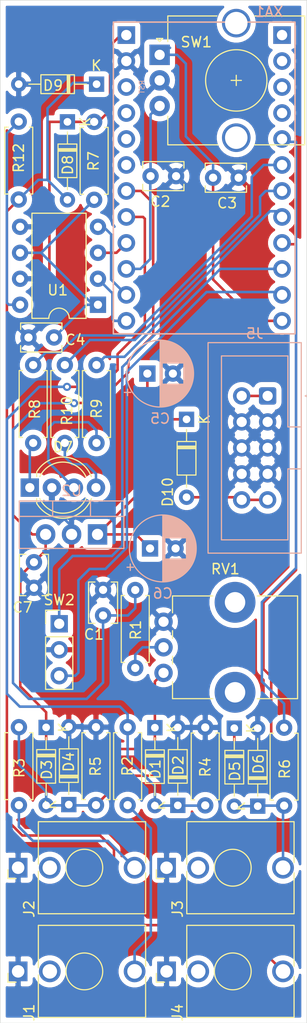
<source format=kicad_pcb>
(kicad_pcb (version 20171130) (host pcbnew "(5.1.6)-1")
  (layers (0 F.Cu signal hide) (31 B.Cu signal hide) (34 B.Paste user) (35 F.Paste user) (36 B.SilkS user) (37 F.SilkS user) (38 B.Mask user) (39 F.Mask user) (44 Edge.Cuts user))
  (net 0 "")
  (net 1 +5V)
  (net 2 GND)
  (net 3 "Net-(R12-Pad2)")
  (net 4 "Net-(C4-Pad2)")
  (net 5 "Net-(J4-PadTN)")
  (net 6 SDI)
  (net 7 SCK)
  (net 8 CS)
  (net 9 RotaryB)
  (net 10 SW2)
  (net 11 SW1)
  (net 12 SlideCV)
  (net 13 Led3)
  (net 14 Led2)
  (net 15 Led1)
  (net 16 Trigger)
  (net 17 "Net-(XA1-PadL1)")
  (net 18 "Net-(XA1-PadL0)")
  (net 19 "Net-(XA1-PadD0)")
  (net 20 "Net-(XA1-PadD1)")
  (net 21 CV)
  (net 22 "Net-(XA1-PadRST2)")
  (net 23 "Net-(XA1-Pad5V1)")
  (net 24 "Net-(XA1-PadA3)")
  (net 25 "Net-(XA1-PadA2)")
  (net 26 RotaryC)
  (net 27 SlidePot)
  (net 28 "Net-(J1-PadTN)")
  (net 29 "Net-(J2-PadTN)")
  (net 30 "Net-(J3-PadTN)")
  (net 31 "Net-(R1-Pad2)")
  (net 32 "Net-(D7-Pad4)")
  (net 33 "Net-(D7-Pad3)")
  (net 34 "Net-(J2-PadT)")
  (net 35 "Net-(J1-PadT)")
  (net 36 "Net-(D5-Pad2)")
  (net 37 "Net-(D8-Pad2)")
  (net 38 "Net-(C5-Pad1)")
  (net 39 +12V)
  (net 40 "Net-(D7-Pad1)")
  (net 41 "Net-(J5-Pad1)")
  (module Rotary_Encoder:RotaryEncoder_Alps_EC12E_Vertical_H20mm_CircularMountingHoles (layer F.Cu) (at 187.5996 67.3354)
    (fp_text reference SW1 (at 3.5862 -1.2446) (layer F.SilkS))
    (fp_text value Rotary_Encoder)
    (pad A thru_hole rect (at 0 0) (size 2 2) (drill 1) (layers *.Cu *.Mask) (net 26 RotaryC))
    (pad C thru_hole circle (at 0 2.5) (size 2 2) (drill 1) (layers *.Cu *.Mask) (net 2 GND))
    (pad B thru_hole circle (at 0 5) (size 2 2) (drill 1) (layers *.Cu *.Mask) (net 9 RotaryB))
    (pad MP thru_hole circle (at 7.5 -3.1) (size 2.8 2.8) (drill 2.2) (layers *.Cu *.Mask))
    (pad MP thru_hole circle (at 7.5 8.1) (size 2.8 2.8) (drill 2.2) (layers *.Cu *.Mask))
  )
  (module Arduino:Arduino_Mini_Socket (layer B.Cu) (at 200.8506 94.615 180)
    (fp_text reference XA1 (at 2.54 31.496) (layer B.SilkS) (effects (justify mirror)))
    (fp_text value Arduino_Mini_02_Socket)
    (fp_text user RST (at 14.986 24.13 270) (layer B.SilkS) (effects (font (size 0.5 0.5) (thickness 0.075)) (justify mirror)))
    (pad D9 thru_hole circle (at 1.27 1.27 180) (size 1.7272 1.7272) (drill 1.016) (layers *.Cu *.Mask) (net 26 RotaryC))
    (pad D8 thru_hole circle (at 1.27 3.81 180) (size 1.7272 1.7272) (drill 1.016) (layers *.Cu *.Mask) (net 10 SW2))
    (pad D7 thru_hole circle (at 1.27 6.35 180) (size 1.7272 1.7272) (drill 1.016) (layers *.Cu *.Mask) (net 11 SW1))
    (pad D6 thru_hole circle (at 1.27 8.89 180) (size 1.7272 1.7272) (drill 1.016) (layers *.Cu *.Mask) (net 12 SlideCV))
    (pad D5 thru_hole circle (at 1.27 11.43 180) (size 1.7272 1.7272) (drill 1.016) (layers *.Cu *.Mask) (net 14 Led2))
    (pad D4 thru_hole circle (at 1.27 13.97 180) (size 1.7272 1.7272) (drill 1.016) (layers *.Cu *.Mask) (net 13 Led3))
    (pad D3 thru_hole circle (at 1.27 16.51 180) (size 1.7272 1.7272) (drill 1.016) (layers *.Cu *.Mask) (net 15 Led1))
    (pad D2 thru_hole circle (at 1.27 19.05 180) (size 1.7272 1.7272) (drill 1.016) (layers *.Cu *.Mask) (net 16 Trigger))
    (pad L1 thru_hole circle (at 1.27 21.59 180) (size 1.7272 1.7272) (drill 1.016) (layers *.Cu *.Mask) (net 17 "Net-(XA1-PadL1)"))
    (pad L0 thru_hole circle (at 1.27 24.13 180) (size 1.7272 1.7272) (drill 1.016) (layers *.Cu *.Mask) (net 18 "Net-(XA1-PadL0)"))
    (pad D0 thru_hole circle (at 1.27 26.67 180) (size 1.7272 1.7272) (drill 1.016) (layers *.Cu *.Mask) (net 19 "Net-(XA1-PadD0)"))
    (pad D1 thru_hole rect (at 1.27 29.21 180) (size 1.7272 1.7272) (drill 1.016) (layers *.Cu *.Mask) (net 20 "Net-(XA1-PadD1)"))
    (pad D10 thru_hole circle (at 16.51 1.27 180) (size 1.7272 1.7272) (drill 1.016) (layers *.Cu *.Mask) (net 8 CS))
    (pad VIN thru_hole rect (at 16.51 29.21 180) (size 1.7272 1.7272) (drill 1.016) (layers *.Cu *.Mask) (net 1 +5V))
    (pad GND2 thru_hole circle (at 16.51 26.67 180) (size 1.7272 1.7272) (drill 1.016) (layers *.Cu *.Mask) (net 2 GND))
    (pad RST2 thru_hole circle (at 16.51 24.13 180) (size 1.7272 1.7272) (drill 1.016) (layers *.Cu *.Mask) (net 22 "Net-(XA1-PadRST2)"))
    (pad 5V1 thru_hole circle (at 16.51 21.59 180) (size 1.7272 1.7272) (drill 1.016) (layers *.Cu *.Mask) (net 23 "Net-(XA1-Pad5V1)"))
    (pad A3 thru_hole circle (at 16.51 19.05 180) (size 1.7272 1.7272) (drill 1.016) (layers *.Cu *.Mask) (net 24 "Net-(XA1-PadA3)"))
    (pad A2 thru_hole circle (at 16.51 16.51 180) (size 1.7272 1.7272) (drill 1.016) (layers *.Cu *.Mask) (net 25 "Net-(XA1-PadA2)"))
    (pad A1 thru_hole circle (at 16.51 13.97 180) (size 1.7272 1.7272) (drill 1.016) (layers *.Cu *.Mask) (net 27 SlidePot))
    (pad A0 thru_hole circle (at 16.51 11.43 180) (size 1.7272 1.7272) (drill 1.016) (layers *.Cu *.Mask) (net 21 CV))
    (pad D13 thru_hole circle (at 16.51 8.89 180) (size 1.7272 1.7272) (drill 1.016) (layers *.Cu *.Mask) (net 7 SCK))
    (pad D12 thru_hole circle (at 16.51 6.35 180) (size 1.7272 1.7272) (drill 1.016) (layers *.Cu *.Mask) (net 9 RotaryB))
    (pad D11 thru_hole circle (at 16.51 3.81 180) (size 1.7272 1.7272) (drill 1.016) (layers *.Cu *.Mask) (net 6 SDI))
  )
  (module Package_TO_SOT_THT:TO-220-3_Vertical (layer B.Cu) (at 181.5212 114.2238 180)
    (fp_text reference U2 (at 2.54 4.27) (layer B.SilkS) (effects (justify mirror)))
    (fp_text value L7805)
    (pad 3 thru_hole oval (at 5.08 0 180) (size 1.905 2) (drill 1.1) (layers *.Cu *.Mask) (net 1 +5V))
    (pad 2 thru_hole oval (at 2.54 0 180) (size 1.905 2) (drill 1.1) (layers *.Cu *.Mask) (net 2 GND))
    (pad 1 thru_hole rect (at 0 0 180) (size 1.905 2) (drill 1.1) (layers *.Cu *.Mask) (net 38 "Net-(C5-Pad1)"))
  )
  (module Connector_IDC:IDC-Header_2x05_P2.54mm_Vertical (layer B.Cu) (at 198.1708 100.6856 180)
    (fp_text reference J5 (at 1.27 6.1) (layer B.SilkS) (effects (justify mirror)))
    (fp_text value Conn_02x05_Odd_Even)
    (pad 10 thru_hole circle (at 2.54 -10.16 180) (size 1.7 1.7) (drill 1) (layers *.Cu *.Mask) (net 39 +12V))
    (pad 8 thru_hole circle (at 2.54 -7.62 180) (size 1.7 1.7) (drill 1) (layers *.Cu *.Mask) (net 2 GND))
    (pad 6 thru_hole circle (at 2.54 -5.08 180) (size 1.7 1.7) (drill 1) (layers *.Cu *.Mask) (net 2 GND))
    (pad 4 thru_hole circle (at 2.54 -2.54 180) (size 1.7 1.7) (drill 1) (layers *.Cu *.Mask) (net 2 GND))
    (pad 2 thru_hole circle (at 2.54 0 180) (size 1.7 1.7) (drill 1) (layers *.Cu *.Mask) (net 41 "Net-(J5-Pad1)"))
    (pad 9 thru_hole circle (at 0 -10.16 180) (size 1.7 1.7) (drill 1) (layers *.Cu *.Mask) (net 39 +12V))
    (pad 7 thru_hole circle (at 0 -7.62 180) (size 1.7 1.7) (drill 1) (layers *.Cu *.Mask) (net 2 GND))
    (pad 5 thru_hole circle (at 0 -5.08 180) (size 1.7 1.7) (drill 1) (layers *.Cu *.Mask) (net 2 GND))
    (pad 3 thru_hole circle (at 0 -2.54 180) (size 1.7 1.7) (drill 1) (layers *.Cu *.Mask) (net 2 GND))
    (pad 1 thru_hole roundrect (at 0 0 180) (size 1.7 1.7) (drill 1) (layers *.Cu *.Mask) (roundrect_rratio 0.147059) (net 41 "Net-(J5-Pad1)"))
  )
  (module Diode_THT:D_DO-34_SOD68_P7.62mm_Horizontal (layer F.Cu) (at 190.2334 102.9716 270)
    (fp_text reference D10 (at 7.112 1.8464 90) (layer F.SilkS))
    (fp_text value 4841)
    (fp_text user K (at 0 -1.75 90) (layer F.SilkS))
    (pad 2 thru_hole oval (at 7.62 0 270) (size 1.5 1.5) (drill 0.75) (layers *.Cu *.Mask) (net 39 +12V))
    (pad 1 thru_hole rect (at 0 0 270) (size 1.5 1.5) (drill 0.75) (layers *.Cu *.Mask) (net 38 "Net-(C5-Pad1)"))
  )
  (module Capacitor_THT:C_Disc_D3.8mm_W2.6mm_P2.50mm (layer F.Cu) (at 175.2982 116.9416 270)
    (fp_text reference C7 (at 4.4196 1.1098 180) (layer F.SilkS))
    (fp_text value 100nf)
    (pad 2 thru_hole circle (at 2.5 0 270) (size 1.6 1.6) (drill 0.8) (layers *.Cu *.Mask) (net 2 GND))
    (pad 1 thru_hole circle (at 0 0 270) (size 1.6 1.6) (drill 0.8) (layers *.Cu *.Mask) (net 1 +5V))
  )
  (module Capacitor_THT:CP_Radial_D6.3mm_P2.50mm (layer B.Cu) (at 186.6598 115.5954)
    (fp_text reference C6 (at 1.25 4.4) (layer B.SilkS) (effects (justify mirror)))
    (fp_text value 3.3uf)
    (pad 2 thru_hole circle (at 2.5 0) (size 1.6 1.6) (drill 0.8) (layers *.Cu *.Mask) (net 2 GND))
    (pad 1 thru_hole rect (at 0 0) (size 1.6 1.6) (drill 0.8) (layers *.Cu *.Mask) (net 38 "Net-(C5-Pad1)"))
  )
  (module Capacitor_THT:CP_Radial_D6.3mm_P2.50mm (layer B.Cu) (at 186.398 98.5012)
    (fp_text reference C5 (at 1.25 4.4) (layer B.SilkS) (effects (justify mirror)))
    (fp_text value 10uf)
    (pad 2 thru_hole circle (at 2.5 0) (size 1.6 1.6) (drill 0.8) (layers *.Cu *.Mask) (net 2 GND))
    (pad 1 thru_hole rect (at 0 0) (size 1.6 1.6) (drill 0.8) (layers *.Cu *.Mask) (net 38 "Net-(C5-Pad1)"))
  )
  (module Connector_PinHeader_2.54mm:PinHeader_1x03_P2.54mm_Vertical (layer F.Cu) (at 177.7698 122.9614)
    (fp_text reference SW2 (at 0 -2.33) (layer F.SilkS))
    (fp_text value SW_SPDT)
    (pad 3 thru_hole oval (at 0 5.08) (size 1.7 1.7) (drill 1) (layers *.Cu *.Mask) (net 10 SW2))
    (pad 2 thru_hole oval (at 0 2.54) (size 1.7 1.7) (drill 1) (layers *.Cu *.Mask) (net 2 GND))
    (pad 1 thru_hole rect (at 0 0) (size 1.7 1.7) (drill 1) (layers *.Cu *.Mask) (net 11 SW1))
  )
  (module LED_THT:LED_D5.0mm-4_RGB_Wide_Pins (layer F.Cu) (at 174.8918 109.6518)
    (fp_text reference D7 (at 3.2385 -3.96) (layer F.SilkS))
    (fp_text value LED_ARBG)
    (pad 4 thru_hole circle (at 6.477 0) (size 1.8 1.8) (drill 0.9) (layers *.Cu *.Mask) (net 32 "Net-(D7-Pad4)"))
    (pad 3 thru_hole circle (at 4.318 0) (size 1.8 1.8) (drill 0.9) (layers *.Cu *.Mask) (net 33 "Net-(D7-Pad3)"))
    (pad 2 thru_hole circle (at 2.159 0) (size 1.8 1.8) (drill 0.9) (layers *.Cu *.Mask) (net 2 GND))
    (pad 1 thru_hole rect (at 0 0) (size 1.8 1.8) (drill 0.9) (layers *.Cu *.Mask) (net 40 "Net-(D7-Pad1)"))
  )
  (module Potentiometer_THT:Potentiometer_Alps_RK09K_Single_Vertical (layer F.Cu) (at 187.9806 127.762)
    (fp_text reference RV1 (at 6.05 -10.15) (layer F.SilkS))
    (fp_text value R_POT)
    (pad "" np_thru_hole circle (at 7 1.9) (size 4 4) (drill 2) (layers *.Cu *.Mask))
    (pad "" np_thru_hole circle (at 7 -6.9) (size 4 4) (drill 2) (layers *.Cu *.Mask))
    (pad 1 thru_hole circle (at 0 0) (size 1.8 1.8) (drill 1) (layers *.Cu *.Mask) (net 1 +5V))
    (pad 2 thru_hole circle (at 0 -2.5) (size 1.8 1.8) (drill 1) (layers *.Cu *.Mask) (net 31 "Net-(R1-Pad2)"))
    (pad 3 thru_hole circle (at 0 -5) (size 1.8 1.8) (drill 1) (layers *.Cu *.Mask) (net 2 GND))
  )
  (module Resistor_THT:R_Axial_DIN0207_L6.3mm_D2.5mm_P7.62mm_Horizontal (layer F.Cu) (at 178.3208 105.283 90)
    (fp_text reference R10 (at 3.1496 0.211 90) (layer F.SilkS))
    (fp_text value 330)
    (pad 2 thru_hole oval (at 7.62 0 90) (size 1.6 1.6) (drill 0.8) (layers *.Cu *.Mask) (net 13 Led3))
    (pad 1 thru_hole circle (at 0 0 90) (size 1.6 1.6) (drill 0.8) (layers *.Cu *.Mask) (net 32 "Net-(D7-Pad4)"))
  )
  (module Resistor_THT:R_Axial_DIN0207_L6.3mm_D2.5mm_P7.62mm_Horizontal (layer F.Cu) (at 181.4196 105.283 90)
    (fp_text reference R9 (at 3.3528 0.0078 90) (layer F.SilkS))
    (fp_text value 300)
    (pad 2 thru_hole oval (at 7.62 0 90) (size 1.6 1.6) (drill 0.8) (layers *.Cu *.Mask) (net 14 Led2))
    (pad 1 thru_hole circle (at 0 0 90) (size 1.6 1.6) (drill 0.8) (layers *.Cu *.Mask) (net 33 "Net-(D7-Pad3)"))
  )
  (module Resistor_THT:R_Axial_DIN0207_L6.3mm_D2.5mm_P7.62mm_Horizontal (layer F.Cu) (at 175.222 105.283 90)
    (fp_text reference R8 (at 3.302 0.1602 90) (layer F.SilkS))
    (fp_text value 330)
    (pad 2 thru_hole oval (at 7.62 0 90) (size 1.6 1.6) (drill 0.8) (layers *.Cu *.Mask) (net 15 Led1))
    (pad 1 thru_hole circle (at 0 0 90) (size 1.6 1.6) (drill 0.8) (layers *.Cu *.Mask) (net 40 "Net-(D7-Pad1)"))
  )
  (module Resistor_THT:R_Axial_DIN0207_L6.3mm_D2.5mm_P7.62mm_Horizontal (layer F.Cu) (at 199.7838 133.1214 270)
    (fp_text reference R6 (at 4.0386 -0.0586 90) (layer F.SilkS))
    (fp_text value 470)
    (pad 2 thru_hole oval (at 7.62 0 270) (size 1.6 1.6) (drill 0.8) (layers *.Cu *.Mask) (net 36 "Net-(D5-Pad2)"))
    (pad 1 thru_hole circle (at 0 0 270) (size 1.6 1.6) (drill 0.8) (layers *.Cu *.Mask) (net 16 Trigger))
  )
  (module Resistor_THT:R_Axial_DIN0207_L6.3mm_D2.5mm_P7.62mm_Horizontal (layer F.Cu) (at 181.3688 140.6906 90)
    (fp_text reference R5 (at 3.7846 -0.043 90) (layer F.SilkS))
    (fp_text value 100k)
    (pad 2 thru_hole oval (at 7.62 0 90) (size 1.6 1.6) (drill 0.8) (layers *.Cu *.Mask) (net 2 GND))
    (pad 1 thru_hole circle (at 0 0 90) (size 1.6 1.6) (drill 0.8) (layers *.Cu *.Mask) (net 12 SlideCV))
  )
  (module Resistor_THT:R_Axial_DIN0207_L6.3mm_D2.5mm_P7.62mm_Horizontal (layer F.Cu) (at 192.0622 140.716 90)
    (fp_text reference R4 (at 3.7338 0.0078 90) (layer F.SilkS))
    (fp_text value 680K)
    (pad 2 thru_hole oval (at 7.62 0 90) (size 1.6 1.6) (drill 0.8) (layers *.Cu *.Mask) (net 2 GND))
    (pad 1 thru_hole circle (at 0 0 90) (size 1.6 1.6) (drill 0.8) (layers *.Cu *.Mask) (net 21 CV))
  )
  (module Resistor_THT:R_Axial_DIN0207_L6.3mm_D2.5mm_P7.62mm_Horizontal (layer F.Cu) (at 173.825 133.0706 270)
    (fp_text reference R3 (at 3.9878 -0.0332 90) (layer F.SilkS))
    (fp_text value 470)
    (pad 2 thru_hole oval (at 7.62 0 270) (size 1.6 1.6) (drill 0.8) (layers *.Cu *.Mask) (net 34 "Net-(J2-PadT)"))
    (pad 1 thru_hole circle (at 0 0 270) (size 1.6 1.6) (drill 0.8) (layers *.Cu *.Mask) (net 12 SlideCV))
  )
  (module Resistor_THT:R_Axial_DIN0207_L6.3mm_D2.5mm_P7.62mm_Horizontal (layer F.Cu) (at 184.4676 133.0706 270)
    (fp_text reference R2 (at 3.81 0.0176 90) (layer F.SilkS))
    (fp_text value 470)
    (pad 2 thru_hole oval (at 7.62 0 270) (size 1.6 1.6) (drill 0.8) (layers *.Cu *.Mask) (net 35 "Net-(J1-PadT)"))
    (pad 1 thru_hole circle (at 0 0 270) (size 1.6 1.6) (drill 0.8) (layers *.Cu *.Mask) (net 21 CV))
  )
  (module Resistor_THT:R_Axial_DIN0207_L6.3mm_D2.5mm_P7.62mm_Horizontal (layer F.Cu) (at 185.212 119.6594 270)
    (fp_text reference R1 (at 3.9116 -0.0508 90) (layer F.SilkS))
    (fp_text value 470)
    (pad 2 thru_hole oval (at 7.62 0 270) (size 1.6 1.6) (drill 0.8) (layers *.Cu *.Mask) (net 31 "Net-(R1-Pad2)"))
    (pad 1 thru_hole circle (at 0 0 270) (size 1.6 1.6) (drill 0.8) (layers *.Cu *.Mask) (net 27 SlidePot))
  )
  (module Connector_Audio:Jack_3.5mm_QingPu_WQP-PJ398SM_Vertical_CircularHoles (layer F.Cu) (at 188.2776 146.812 90)
    (fp_text reference J3 (at -4.03 1.08 270) (layer F.SilkS))
    (fp_text value trigger)
    (pad T thru_hole circle (at 0 11.4 270) (size 2.13 2.13) (drill 1.43) (layers *.Cu *.Mask) (net 36 "Net-(D5-Pad2)"))
    (pad S thru_hole rect (at 0 0 270) (size 1.93 1.83) (drill 1.22) (layers *.Cu *.Mask) (net 2 GND))
    (pad TN thru_hole circle (at 0 3.1 270) (size 2.13 2.13) (drill 1.42) (layers *.Cu *.Mask) (net 30 "Net-(J3-PadTN)"))
  )
  (module Connector_Audio:Jack_3.5mm_QingPu_WQP-PJ398SM_Vertical_CircularHoles (layer F.Cu) (at 173.7488 146.812 90)
    (fp_text reference J2 (at -4.03 1.08 270) (layer F.SilkS))
    (fp_text value SlideCV)
    (pad T thru_hole circle (at 0 11.4 270) (size 2.13 2.13) (drill 1.43) (layers *.Cu *.Mask) (net 34 "Net-(J2-PadT)"))
    (pad S thru_hole rect (at 0 0 270) (size 1.93 1.83) (drill 1.22) (layers *.Cu *.Mask) (net 2 GND))
    (pad TN thru_hole circle (at 0 3.1 270) (size 2.13 2.13) (drill 1.42) (layers *.Cu *.Mask) (net 29 "Net-(J2-PadTN)"))
  )
  (module Connector_Audio:Jack_3.5mm_QingPu_WQP-PJ398SM_Vertical_CircularHoles (layer F.Cu) (at 173.7488 156.9466 90)
    (fp_text reference J1 (at -4.03 1.08 270) (layer F.SilkS))
    (fp_text value CV)
    (pad T thru_hole circle (at 0 11.4 270) (size 2.13 2.13) (drill 1.43) (layers *.Cu *.Mask) (net 35 "Net-(J1-PadT)"))
    (pad S thru_hole rect (at 0 0 270) (size 1.93 1.83) (drill 1.22) (layers *.Cu *.Mask) (net 2 GND))
    (pad TN thru_hole circle (at 0 3.1 270) (size 2.13 2.13) (drill 1.42) (layers *.Cu *.Mask) (net 28 "Net-(J1-PadTN)"))
  )
  (module Diode_THT:D_DO-34_SOD68_P7.62mm_Horizontal (layer F.Cu) (at 181.4274 70.2056 180)
    (fp_text reference D9 (at 4.2672 -0.127) (layer F.SilkS))
    (fp_text value D)
    (fp_text user K (at 0.0254 1.8288) (layer F.SilkS))
    (pad 2 thru_hole oval (at 7.62 0 180) (size 1.5 1.5) (drill 0.75) (layers *.Cu *.Mask) (net 2 GND))
    (pad 1 thru_hole rect (at 0 0 180) (size 1.5 1.5) (drill 0.75) (layers *.Cu *.Mask) (net 37 "Net-(D8-Pad2)"))
  )
  (module Diode_THT:D_DO-34_SOD68_P7.62mm_Horizontal (layer F.Cu) (at 197.2008 140.7922 90)
    (fp_text reference D6 (at 4.1148 0.0762 90) (layer F.SilkS))
    (fp_text value D)
    (fp_text user K (at 0 -1.75 90) (layer F.SilkS))
    (pad 2 thru_hole oval (at 7.62 0 90) (size 1.5 1.5) (drill 0.75) (layers *.Cu *.Mask) (net 2 GND))
    (pad 1 thru_hole rect (at 0 0 90) (size 1.5 1.5) (drill 0.75) (layers *.Cu *.Mask) (net 36 "Net-(D5-Pad2)"))
  )
  (module Diode_THT:D_DO-34_SOD68_P7.62mm_Horizontal (layer F.Cu) (at 194.907 133.1722 270)
    (fp_text reference D5 (at 4.2164 -0.0586 90) (layer F.SilkS))
    (fp_text value D)
    (fp_text user K (at 0 -1.75 90) (layer F.SilkS))
    (pad 2 thru_hole oval (at 7.62 0 270) (size 1.5 1.5) (drill 0.75) (layers *.Cu *.Mask) (net 36 "Net-(D5-Pad2)"))
    (pad 1 thru_hole rect (at 0 0 270) (size 1.5 1.5) (drill 0.75) (layers *.Cu *.Mask) (net 1 +5V))
  )
  (module Diode_THT:D_DO-34_SOD68_P7.62mm_Horizontal (layer F.Cu) (at 178.7096 140.6398 90)
    (fp_text reference D4 (at 4.1656 -0.0078 90) (layer F.SilkS))
    (fp_text value D)
    (fp_text user K (at 0 -1.75 90) (layer F.SilkS))
    (pad 2 thru_hole oval (at 7.62 0 90) (size 1.5 1.5) (drill 0.75) (layers *.Cu *.Mask) (net 2 GND))
    (pad 1 thru_hole rect (at 0 0 90) (size 1.5 1.5) (drill 0.75) (layers *.Cu *.Mask) (net 12 SlideCV))
  )
  (module Diode_THT:D_DO-34_SOD68_P7.62mm_Horizontal (layer F.Cu) (at 176.492 133.096 270)
    (fp_text reference D3 (at 4.1402 -0.0586 90) (layer F.SilkS))
    (fp_text value D)
    (fp_text user K (at 0 -1.75 90) (layer F.SilkS))
    (pad 2 thru_hole oval (at 7.62 0 270) (size 1.5 1.5) (drill 0.75) (layers *.Cu *.Mask) (net 12 SlideCV))
    (pad 1 thru_hole rect (at 0 0 270) (size 1.5 1.5) (drill 0.75) (layers *.Cu *.Mask) (net 1 +5V))
  )
  (module Diode_THT:D_DO-34_SOD68_P7.62mm_Horizontal (layer F.Cu) (at 189.3776 140.716 90)
    (fp_text reference D2 (at 3.9116 0.043 90) (layer F.SilkS))
    (fp_text value D)
    (fp_text user K (at 0 -1.75 90) (layer F.SilkS))
    (pad 2 thru_hole oval (at 7.62 0 90) (size 1.5 1.5) (drill 0.75) (layers *.Cu *.Mask) (net 2 GND))
    (pad 1 thru_hole rect (at 0 0 90) (size 1.5 1.5) (drill 0.75) (layers *.Cu *.Mask) (net 21 CV))
  )
  (module Diode_THT:D_DO-34_SOD68_P7.62mm_Horizontal (layer F.Cu) (at 187.1346 133.1214 270)
    (fp_text reference D1 (at 4.064 -0.0332 90) (layer F.SilkS))
    (fp_text value D)
    (fp_text user K (at 0 -1.75 90) (layer F.SilkS))
    (pad 2 thru_hole oval (at 7.62 0 270) (size 1.5 1.5) (drill 0.75) (layers *.Cu *.Mask) (net 21 CV))
    (pad 1 thru_hole rect (at 0 0 270) (size 1.5 1.5) (drill 0.75) (layers *.Cu *.Mask) (net 1 +5V))
  )
  (module Capacitor_THT:C_Disc_D3.8mm_W2.6mm_P2.50mm (layer F.Cu) (at 192.832 79.3496)
    (fp_text reference C3 (at 1.3716 2.4892) (layer F.SilkS))
    (fp_text value 0.01uf)
    (pad 2 thru_hole circle (at 2.5 0) (size 1.6 1.6) (drill 0.8) (layers *.Cu *.Mask) (net 2 GND))
    (pad 1 thru_hole circle (at 0 0) (size 1.6 1.6) (drill 0.8) (layers *.Cu *.Mask) (net 26 RotaryC))
  )
  (module Capacitor_THT:C_Disc_D3.8mm_W2.6mm_P2.50mm (layer F.Cu) (at 186.7106 79.1972)
    (fp_text reference C2 (at 0.9652 2.4892) (layer F.SilkS))
    (fp_text value 0.01uf)
    (pad 2 thru_hole circle (at 2.5 0) (size 1.6 1.6) (drill 0.8) (layers *.Cu *.Mask) (net 2 GND))
    (pad 1 thru_hole circle (at 0 0) (size 1.6 1.6) (drill 0.8) (layers *.Cu *.Mask) (net 9 RotaryB))
  )
  (module Capacitor_THT:C_Disc_D3.8mm_W2.6mm_P2.50mm (layer F.Cu) (at 182.0624 122.1486 90)
    (fp_text reference C1 (at -1.8542 -0.889 180) (layer F.SilkS))
    (fp_text value 220p)
    (pad 2 thru_hole circle (at 2.5 0 90) (size 1.6 1.6) (drill 0.8) (layers *.Cu *.Mask) (net 2 GND))
    (pad 1 thru_hole circle (at 0 0 90) (size 1.6 1.6) (drill 0.8) (layers *.Cu *.Mask) (net 27 SlidePot))
  )
  (module Package_DIP:DIP-8_W7.62mm (layer F.Cu) (at 181.5624 91.7702 180)
    (fp_text reference U1 (at 3.9402 1.4224) (layer F.SilkS))
    (fp_text value MCP4821)
    (pad 8 thru_hole oval (at 7.62 0 180) (size 1.6 1.6) (drill 0.8) (layers *.Cu *.Mask) (net 3 "Net-(R12-Pad2)"))
    (pad 4 thru_hole oval (at 0 7.62 180) (size 1.6 1.6) (drill 0.8) (layers *.Cu *.Mask) (net 6 SDI))
    (pad 7 thru_hole oval (at 7.62 2.54 180) (size 1.6 1.6) (drill 0.8) (layers *.Cu *.Mask) (net 2 GND))
    (pad 3 thru_hole oval (at 0 5.08 180) (size 1.6 1.6) (drill 0.8) (layers *.Cu *.Mask) (net 7 SCK))
    (pad 6 thru_hole oval (at 7.62 5.08 180) (size 1.6 1.6) (drill 0.8) (layers *.Cu *.Mask) (net 4 "Net-(C4-Pad2)"))
    (pad 2 thru_hole oval (at 0 2.54 180) (size 1.6 1.6) (drill 0.8) (layers *.Cu *.Mask) (net 8 CS))
    (pad 5 thru_hole oval (at 7.62 7.62 180) (size 1.6 1.6) (drill 0.8) (layers *.Cu *.Mask) (net 2 GND))
    (pad 1 thru_hole rect (at 0 0 180) (size 1.6 1.6) (drill 0.8) (layers *.Cu *.Mask) (net 4 "Net-(C4-Pad2)"))
  )
  (module Connector_Audio:Jack_3.5mm_QingPu_WQP-PJ398SM_Vertical_CircularHoles (layer F.Cu) (at 188.2776 156.9466 90)
    (fp_text reference J4 (at -4.03 1.08 270) (layer F.SilkS))
    (fp_text value AudioJack2_SwitchT)
    (pad T thru_hole circle (at 0 11.4 270) (size 2.13 2.13) (drill 1.43) (layers *.Cu *.Mask) (net 37 "Net-(D8-Pad2)"))
    (pad S thru_hole rect (at 0 0 270) (size 1.93 1.83) (drill 1.22) (layers *.Cu *.Mask) (net 2 GND))
    (pad TN thru_hole circle (at 0 3.1 270) (size 2.13 2.13) (drill 1.42) (layers *.Cu *.Mask) (net 5 "Net-(J4-PadTN)"))
  )
  (module Diode_THT:D_DO-34_SOD68_P7.62mm_Horizontal (layer F.Cu) (at 178.5748 73.8886 270)
    (fp_text reference D8 (at 4.2164 -0.0332 90) (layer F.SilkS))
    (fp_text value D)
    (fp_text user K (at 0 -1.75 90) (layer F.SilkS))
    (pad 2 thru_hole oval (at 7.62 0 270) (size 1.5 1.5) (drill 0.75) (layers *.Cu *.Mask) (net 37 "Net-(D8-Pad2)"))
    (pad 1 thru_hole rect (at 0 0 270) (size 1.5 1.5) (drill 0.75) (layers *.Cu *.Mask) (net 1 +5V))
  )
  (module Resistor_THT:R_Axial_DIN0207_L6.3mm_D2.5mm_P7.62mm_Horizontal (layer F.Cu) (at 173.8074 81.4832 90)
    (fp_text reference R12 (at 4.064 0 90) (layer F.SilkS))
    (fp_text value 470)
    (pad 2 thru_hole oval (at 7.62 0 90) (size 1.6 1.6) (drill 0.8) (layers *.Cu *.Mask) (net 3 "Net-(R12-Pad2)"))
    (pad 1 thru_hole circle (at 0 0 90) (size 1.6 1.6) (drill 0.8) (layers *.Cu *.Mask) (net 37 "Net-(D8-Pad2)"))
  )
  (module Resistor_THT:R_Axial_DIN0207_L6.3mm_D2.5mm_P7.62mm_Horizontal (layer F.Cu) (at 181.191 73.8886 270)
    (fp_text reference R7 (at 3.8354 0.0684 90) (layer F.SilkS))
    (fp_text value 220)
    (pad 2 thru_hole oval (at 7.62 0 270) (size 1.6 1.6) (drill 0.8) (layers *.Cu *.Mask) (net 4 "Net-(C4-Pad2)"))
    (pad 1 thru_hole circle (at 0 0 270) (size 1.6 1.6) (drill 0.8) (layers *.Cu *.Mask) (net 1 +5V))
  )
  (module Capacitor_THT:C_Disc_D3.8mm_W2.6mm_P2.50mm (layer F.Cu) (at 174.7648 94.9706)
    (fp_text reference C4 (at 4.5846 0.2286) (layer F.SilkS))
    (fp_text value 0.1uf)
    (pad 2 thru_hole circle (at 2.5 0) (size 1.6 1.6) (drill 0.8) (layers *.Cu *.Mask) (net 4 "Net-(C4-Pad2)"))
    (pad 1 thru_hole circle (at 0 0) (size 1.6 1.6) (drill 0.8) (layers *.Cu *.Mask) (net 2 GND))
  )
  (gr_line (start 172 162) (end 202 162) (layer Edge.Cuts) (width 0.05))
  (gr_line (start 172 62) (end 172 162) (layer Edge.Cuts) (width 0.05))
  (gr_line (start 202 62) (end 172 62) (layer Edge.Cuts) (width 0.05))
  (gr_line (start 202 162) (end 202 62) (layer Edge.Cuts) (width 0.05))
  (segment (start 176.4412 115.7986) (end 175.2982 116.9416) (width 0.25) (layer F.Cu) (net 1))
  (segment (start 176.4412 114.2238) (end 176.4412 115.7986) (width 0.25) (layer F.Cu) (net 1))
  (segment (start 175.2982 116.9416) (end 173.9598 118.28) (width 0.25) (layer F.Cu) (net 1))
  (segment (start 173.9598 118.28) (end 173.9598 129.0828) (width 0.25) (layer F.Cu) (net 1))
  (segment (start 176.492 131.615) (end 176.492 133.096) (width 0.25) (layer F.Cu) (net 1))
  (segment (start 173.9598 129.0828) (end 176.492 131.615) (width 0.25) (layer F.Cu) (net 1))
  (segment (start 176.492 133.096) (end 176.492 134.8154) (width 0.25) (layer F.Cu) (net 1))
  (segment (start 176.492 134.8154) (end 176.8808 135.2042) (width 0.25) (layer F.Cu) (net 1))
  (segment (start 176.8808 135.2042) (end 186.8376 135.2042) (width 0.25) (layer F.Cu) (net 1))
  (segment (start 187.1346 134.9072) (end 187.1346 133.1214) (width 0.25) (layer F.Cu) (net 1))
  (segment (start 186.8376 135.2042) (end 187.1346 134.9072) (width 0.25) (layer F.Cu) (net 1))
  (segment (start 194.907 133.1722) (end 194.907 134.831) (width 0.25) (layer F.Cu) (net 1))
  (segment (start 194.5338 135.2042) (end 186.8376 135.2042) (width 0.25) (layer F.Cu) (net 1))
  (segment (start 194.907 134.831) (end 194.5338 135.2042) (width 0.25) (layer F.Cu) (net 1))
  (segment (start 178.5748 73.8886) (end 181.191 73.8886) (width 0.25) (layer F.Cu) (net 1))
  (segment (start 184.3406 65.405) (end 183.7896 65.405) (width 0.25) (layer F.Cu) (net 1))
  (segment (start 183.7896 65.405) (end 182.7482 66.4464) (width 0.25) (layer F.Cu) (net 1))
  (segment (start 182.7482 66.4464) (end 182.7482 72.7456) (width 0.25) (layer F.Cu) (net 1))
  (segment (start 181.6052 73.8886) (end 181.191 73.8886) (width 0.25) (layer F.Cu) (net 1))
  (segment (start 182.7482 72.7456) (end 181.6052 73.8886) (width 0.25) (layer F.Cu) (net 1))
  (segment (start 187.1346 128.608) (end 187.9806 127.762) (width 0.25) (layer F.Cu) (net 1))
  (segment (start 187.1346 133.1214) (end 187.1346 128.608) (width 0.25) (layer F.Cu) (net 1))
  (segment (start 175.133 114.2238) (end 173.2534 112.3442) (width 0.25) (layer F.Cu) (net 1))
  (segment (start 176.4412 114.2238) (end 175.133 114.2238) (width 0.25) (layer F.Cu) (net 1))
  (segment (start 176.8094 73.8886) (end 178.5748 73.8886) (width 0.25) (layer F.Cu) (net 1))
  (segment (start 173.2534 112.3442) (end 173.2534 94.4372) (width 0.25) (layer F.Cu) (net 1))
  (segment (start 173.2534 94.4372) (end 175.7172 91.9734) (width 0.25) (layer F.Cu) (net 1))
  (segment (start 175.7172 91.9734) (end 175.7426 91.9734) (width 0.25) (layer F.Cu) (net 1))
  (segment (start 176.8094 90.9066) (end 176.8094 73.8886) (width 0.25) (layer F.Cu) (net 1))
  (segment (start 175.7426 91.9734) (end 176.8094 90.9066) (width 0.25) (layer F.Cu) (net 1))
  (segment (start 177.0508 109.6518) (end 177.0508 111.4934) (width 0.6) (layer B.Cu) (net 2))
  (segment (start 178.9812 113.4238) (end 178.9812 114.2238) (width 0.25) (layer B.Cu) (net 2))
  (segment (start 177.0508 111.4934) (end 178.9812 113.4238) (width 0.25) (layer B.Cu) (net 2))
  (segment (start 173.9424 91.7702) (end 173.6042 91.7702) (width 0.25) (layer B.Cu) (net 3))
  (segment (start 172.8422 91.7702) (end 173.9424 91.7702) (width 0.25) (layer B.Cu) (net 3))
  (segment (start 173.8074 73.8632) (end 172.65001 75.02059) (width 0.25) (layer B.Cu) (net 3))
  (segment (start 172.65001 91.57801) (end 172.8422 91.7702) (width 0.25) (layer B.Cu) (net 3))
  (segment (start 172.65001 75.02059) (end 172.65001 91.57801) (width 0.25) (layer B.Cu) (net 3))
  (segment (start 176.0094 86.6902) (end 181.191 81.5086) (width 0.25) (layer B.Cu) (net 4))
  (segment (start 173.9424 86.6902) (end 176.0094 86.6902) (width 0.25) (layer B.Cu) (net 4))
  (segment (start 181.0894 91.7702) (end 176.0094 86.6902) (width 0.25) (layer B.Cu) (net 4))
  (segment (start 181.5624 91.7702) (end 181.0894 91.7702) (width 0.25) (layer B.Cu) (net 4))
  (segment (start 180.4652 91.7702) (end 177.2648 94.9706) (width 0.25) (layer B.Cu) (net 4))
  (segment (start 181.5624 91.7702) (end 180.4652 91.7702) (width 0.25) (layer B.Cu) (net 4))
  (segment (start 181.5624 84.1502) (end 182.1132 84.1502) (width 0.25) (layer B.Cu) (net 6))
  (segment (start 182.1132 84.1502) (end 182.8498 84.8868) (width 0.25) (layer B.Cu) (net 6))
  (segment (start 182.8498 89.3142) (end 184.3406 90.805) (width 0.25) (layer B.Cu) (net 6))
  (segment (start 182.8498 84.8868) (end 182.8498 89.3142) (width 0.25) (layer B.Cu) (net 6))
  (segment (start 183.3754 86.6902) (end 184.3406 85.725) (width 0.25) (layer F.Cu) (net 7))
  (segment (start 181.5624 86.6902) (end 183.3754 86.6902) (width 0.25) (layer F.Cu) (net 7))
  (segment (start 181.5624 89.2302) (end 182.9768 90.6446) (width 0.25) (layer B.Cu) (net 8))
  (segment (start 182.9768 90.6446) (end 182.9768 93.1672) (width 0.25) (layer B.Cu) (net 8))
  (segment (start 183.1546 93.345) (end 184.3406 93.345) (width 0.25) (layer B.Cu) (net 8))
  (segment (start 182.9768 93.1672) (end 183.1546 93.345) (width 0.25) (layer B.Cu) (net 8))
  (segment (start 184.3406 88.265) (end 185.72 88.265) (width 0.25) (layer B.Cu) (net 9))
  (segment (start 185.72 88.265) (end 186.6852 87.2998) (width 0.25) (layer B.Cu) (net 9))
  (segment (start 186.7106 73.1736) (end 187.5234 72.3608) (width 0.25) (layer B.Cu) (net 9))
  (segment (start 186.7106 79.1972) (end 186.7106 73.1736) (width 0.25) (layer B.Cu) (net 9))
  (segment (start 186.6852 79.2226) (end 186.7106 79.1972) (width 0.25) (layer B.Cu) (net 9))
  (segment (start 186.6852 87.2998) (end 186.6852 79.2226) (width 0.25) (layer B.Cu) (net 9))
  (segment (start 180.7416 117.602) (end 179.6494 118.6942) (width 0.25) (layer B.Cu) (net 10))
  (segment (start 179.3446 128.0414) (end 177.7698 128.0414) (width 0.25) (layer B.Cu) (net 10))
  (segment (start 182.29241 117.602) (end 180.7416 117.602) (width 0.25) (layer B.Cu) (net 10))
  (segment (start 199.3012 90.5256) (end 192.188598 90.5256) (width 0.25) (layer B.Cu) (net 10))
  (segment (start 192.188598 90.5256) (end 184.39201 98.322188) (width 0.25) (layer B.Cu) (net 10))
  (segment (start 179.6494 118.6942) (end 179.6494 127.7366) (width 0.25) (layer B.Cu) (net 10))
  (segment (start 199.5806 90.805) (end 199.3012 90.5256) (width 0.25) (layer B.Cu) (net 10))
  (segment (start 179.6494 127.7366) (end 179.3446 128.0414) (width 0.25) (layer B.Cu) (net 10))
  (segment (start 184.39201 98.322188) (end 184.392009 115.502401) (width 0.25) (layer B.Cu) (net 10))
  (segment (start 184.392009 115.502401) (end 182.29241 117.602) (width 0.25) (layer B.Cu) (net 10))
  (segment (start 179.0906 116.332) (end 177.7698 117.6528) (width 0.25) (layer B.Cu) (net 11))
  (segment (start 193.5432 88.265) (end 183.942 97.8662) (width 0.25) (layer B.Cu) (net 11))
  (segment (start 183.942 97.8662) (end 183.942 115.316) (width 0.25) (layer B.Cu) (net 11))
  (segment (start 199.5806 88.265) (end 193.5432 88.265) (width 0.25) (layer B.Cu) (net 11))
  (segment (start 177.7698 117.6528) (end 177.7698 122.9614) (width 0.25) (layer B.Cu) (net 11))
  (segment (start 183.942 115.316) (end 182.926 116.332) (width 0.25) (layer B.Cu) (net 11))
  (segment (start 182.926 116.332) (end 179.0906 116.332) (width 0.25) (layer B.Cu) (net 11))
  (segment (start 173.825 133.0706) (end 173.825 136.7204) (width 0.25) (layer B.Cu) (net 12))
  (segment (start 176.492 139.3874) (end 176.492 140.716) (width 0.25) (layer B.Cu) (net 12))
  (segment (start 173.825 136.7204) (end 176.492 139.3874) (width 0.25) (layer B.Cu) (net 12))
  (segment (start 176.492 140.716) (end 178.7272 140.716) (width 0.25) (layer B.Cu) (net 12))
  (segment (start 181.3434 140.716) (end 181.3688 140.6906) (width 0.25) (layer B.Cu) (net 12))
  (segment (start 178.7272 140.716) (end 181.3434 140.716) (width 0.25) (layer B.Cu) (net 12))
  (segment (start 199.5298 85.7758) (end 199.5806 85.725) (width 0.25) (layer F.Cu) (net 12))
  (segment (start 181.3688 140.6906) (end 184.239 137.8204) (width 0.25) (layer F.Cu) (net 12))
  (segment (start 184.239 137.8204) (end 197.1246 137.8204) (width 0.25) (layer F.Cu) (net 12))
  (segment (start 197.1246 137.8204) (end 198.5216 136.4234) (width 0.25) (layer F.Cu) (net 12))
  (segment (start 198.5216 136.4234) (end 198.5216 128.143) (width 0.25) (layer F.Cu) (net 12))
  (segment (start 198.5216 128.143) (end 197.7596 127.381) (width 0.25) (layer F.Cu) (net 12))
  (segment (start 197.7596 127.381) (end 197.7596 120.904) (width 0.25) (layer F.Cu) (net 12))
  (segment (start 197.7596 120.904) (end 200.94999 117.71361) (width 0.25) (layer F.Cu) (net 12))
  (segment (start 200.94999 117.71361) (end 200.94999 85.852) (width 0.25) (layer F.Cu) (net 12))
  (segment (start 199.7076 85.852) (end 199.5806 85.725) (width 0.25) (layer F.Cu) (net 12))
  (segment (start 200.94999 85.852) (end 199.7076 85.852) (width 0.25) (layer F.Cu) (net 12))
  (segment (start 178.3208 97.663) (end 180.76639 95.21741) (width 0.25) (layer B.Cu) (net 13))
  (segment (start 185.169801 95.217409) (end 197.4294 82.95781) (width 0.25) (layer B.Cu) (net 13))
  (segment (start 180.76639 95.21741) (end 185.169801 95.217409) (width 0.25) (layer B.Cu) (net 13))
  (segment (start 197.4294 82.95781) (end 197.4294 81.2038) (width 0.25) (layer B.Cu) (net 13))
  (segment (start 197.9882 80.645) (end 199.5806 80.645) (width 0.25) (layer B.Cu) (net 13))
  (segment (start 197.4294 81.2038) (end 197.9882 80.645) (width 0.25) (layer B.Cu) (net 13))
  (segment (start 199.35341 82.95781) (end 199.5806 83.185) (width 0.25) (layer B.Cu) (net 14))
  (segment (start 182.219599 96.863001) (end 184.160619 96.863001) (width 0.25) (layer B.Cu) (net 14))
  (segment (start 181.4196 97.663) (end 182.219599 96.863001) (width 0.25) (layer B.Cu) (net 14))
  (segment (start 184.160619 96.863001) (end 198.3946 82.62902) (width 0.25) (layer B.Cu) (net 14))
  (segment (start 199.02462 82.62902) (end 199.5806 83.185) (width 0.25) (layer B.Cu) (net 14))
  (segment (start 198.3946 82.62902) (end 199.02462 82.62902) (width 0.25) (layer B.Cu) (net 14))
  (segment (start 175.222 97.663) (end 176.4412 96.4438) (width 0.25) (layer B.Cu) (net 15))
  (segment (start 176.4412 96.4438) (end 177.8714 96.4438) (width 0.25) (layer B.Cu) (net 15))
  (segment (start 177.8714 96.4438) (end 179.5478 94.7674) (width 0.25) (layer B.Cu) (net 15))
  (segment (start 179.5478 94.7674) (end 184.9834 94.7674) (width 0.25) (layer B.Cu) (net 15))
  (segment (start 184.9834 94.7674) (end 196.6166 83.1342) (width 0.25) (layer B.Cu) (net 15))
  (segment (start 196.6166 83.1342) (end 196.6166 79.2734) (width 0.25) (layer B.Cu) (net 15))
  (segment (start 197.785 78.105) (end 199.5806 78.105) (width 0.25) (layer B.Cu) (net 15))
  (segment (start 196.6166 79.2734) (end 197.785 78.105) (width 0.25) (layer B.Cu) (net 15))
  (segment (start 199.86 75.8444) (end 199.5806 75.565) (width 0.25) (layer B.Cu) (net 16))
  (segment (start 200.94999 75.8444) (end 199.86 75.8444) (width 0.25) (layer B.Cu) (net 16))
  (segment (start 199.7838 133.1214) (end 199.7838 130.7768) (width 0.25) (layer B.Cu) (net 16))
  (segment (start 197.6072 128.6002) (end 197.6072 120.8532) (width 0.25) (layer B.Cu) (net 16))
  (segment (start 199.7838 130.7768) (end 197.6072 128.6002) (width 0.25) (layer B.Cu) (net 16))
  (segment (start 197.6072 120.8532) (end 200.94999 117.51041) (width 0.25) (layer B.Cu) (net 16))
  (segment (start 200.94999 117.51041) (end 200.94999 75.8444) (width 0.25) (layer B.Cu) (net 16))
  (segment (start 184.4676 133.0706) (end 184.4676 136.1616) (width 0.25) (layer B.Cu) (net 21))
  (segment (start 187.1346 138.8286) (end 187.1346 140.7414) (width 0.25) (layer B.Cu) (net 21))
  (segment (start 184.4676 136.1616) (end 187.1346 138.8286) (width 0.25) (layer B.Cu) (net 21))
  (segment (start 187.1346 140.7414) (end 189.3444 140.7414) (width 0.25) (layer B.Cu) (net 21))
  (segment (start 192.0368 140.7414) (end 192.0622 140.716) (width 0.25) (layer B.Cu) (net 21))
  (segment (start 189.3444 140.7414) (end 192.0368 140.7414) (width 0.25) (layer B.Cu) (net 21))
  (segment (start 184.4676 133.0706) (end 184.4676 131.8182) (width 0.25) (layer B.Cu) (net 21))
  (segment (start 184.4676 131.8182) (end 183.7134 131.064) (width 0.25) (layer B.Cu) (net 21))
  (segment (start 173.909 131.064) (end 172.65001 129.80501) (width 0.25) (layer B.Cu) (net 21))
  (segment (start 183.7134 131.064) (end 173.909 131.064) (width 0.25) (layer B.Cu) (net 21))
  (segment (start 172.65001 129.80501) (end 172.65001 102.96059) (width 0.25) (layer B.Cu) (net 21))
  (segment (start 172.65001 102.96059) (end 175.814 99.7966) (width 0.25) (layer B.Cu) (net 21))
  (segment (start 175.814 99.7966) (end 178.5318 99.7966) (width 0.25) (layer B.Cu) (net 21))
  (segment (start 178.5318 99.7966) (end 178.5318 99.7966) (width 0.25) (layer B.Cu) (net 21))
  (via (at 178.5318 99.7966) (size 0.8) (drill 0.4) (layers F.Cu B.Cu) (net 21))
  (segment (start 178.5318 99.7966) (end 181.8338 99.7966) (width 0.25) (layer F.Cu) (net 21))
  (segment (start 181.8338 99.7966) (end 183.4848 98.1456) (width 0.25) (layer F.Cu) (net 21))
  (segment (start 183.4848 98.1456) (end 183.4848 96.5962) (width 0.25) (layer F.Cu) (net 21))
  (segment (start 183.4848 96.5962) (end 186.1518 93.9292) (width 0.25) (layer F.Cu) (net 21))
  (segment (start 186.1518 93.9292) (end 186.1518 83.3628) (width 0.25) (layer F.Cu) (net 21))
  (segment (start 185.974 83.185) (end 184.3406 83.185) (width 0.25) (layer F.Cu) (net 21))
  (segment (start 186.1518 83.3628) (end 185.974 83.185) (width 0.25) (layer F.Cu) (net 21))
  (segment (start 190.165 75.311) (end 192.832 77.978) (width 0.25) (layer B.Cu) (net 26))
  (segment (start 190.165 68.199) (end 190.165 75.311) (width 0.25) (layer B.Cu) (net 26))
  (segment (start 186.8884 66.6496) (end 188.6156 66.6496) (width 0.25) (layer B.Cu) (net 26))
  (segment (start 199.5806 93.345) (end 196.8706 93.345) (width 0.25) (layer F.Cu) (net 26))
  (segment (start 196.8706 93.345) (end 192.832 89.3064) (width 0.25) (layer F.Cu) (net 26))
  (segment (start 192.832 77.978) (end 192.832 79.3496) (width 0.25) (layer B.Cu) (net 26))
  (segment (start 192.832 79.3496) (end 192.832 89.3064) (width 0.25) (layer F.Cu) (net 26))
  (segment (start 182.0624 122.1486) (end 184.5008 122.1486) (width 0.25) (layer B.Cu) (net 27))
  (segment (start 185.212 121.4374) (end 185.212 119.6594) (width 0.25) (layer B.Cu) (net 27))
  (segment (start 184.5008 122.1486) (end 185.212 121.4374) (width 0.25) (layer B.Cu) (net 27))
  (segment (start 182.0624 122.1486) (end 182.0624 128.7018) (width 0.25) (layer B.Cu) (net 27))
  (segment (start 182.0624 128.7018) (end 180.4622 130.302) (width 0.25) (layer B.Cu) (net 27))
  (segment (start 180.4622 130.302) (end 174.798 130.302) (width 0.25) (layer B.Cu) (net 27))
  (segment (start 174.798 130.302) (end 173.2486 128.7526) (width 0.25) (layer B.Cu) (net 27))
  (segment (start 173.2486 128.7526) (end 173.2486 103.9876) (width 0.25) (layer B.Cu) (net 27))
  (segment (start 173.2486 103.9876) (end 175.8394 101.3968) (width 0.25) (layer B.Cu) (net 27))
  (segment (start 175.8394 101.3968) (end 179.2176 101.3968) (width 0.25) (layer B.Cu) (net 27))
  (segment (start 185.212 127.2794) (end 185.212 125.984) (width 0.25) (layer B.Cu) (net 31))
  (segment (start 185.934 125.262) (end 187.9806 125.262) (width 0.25) (layer B.Cu) (net 31))
  (segment (start 185.212 125.984) (end 185.934 125.262) (width 0.25) (layer B.Cu) (net 31))
  (segment (start 181.4196 109.601) (end 181.3688 109.6518) (width 0.25) (layer B.Cu) (net 32))
  (segment (start 185.1488 146.812) (end 182.5326 144.1958) (width 0.25) (layer B.Cu) (net 34))
  (segment (start 182.5326 144.1958) (end 175.2044 144.1958) (width 0.25) (layer B.Cu) (net 34))
  (segment (start 173.825 142.8164) (end 173.825 140.6906) (width 0.25) (layer B.Cu) (net 34))
  (segment (start 175.2044 144.1958) (end 173.825 142.8164) (width 0.25) (layer B.Cu) (net 34))
  (segment (start 184.4676 140.6906) (end 186.736 142.959) (width 0.25) (layer B.Cu) (net 35))
  (segment (start 186.736 142.959) (end 186.736 153.416) (width 0.25) (layer B.Cu) (net 35))
  (segment (start 185.1488 155.0032) (end 185.1488 156.9466) (width 0.25) (layer B.Cu) (net 35))
  (segment (start 186.736 153.416) (end 185.1488 155.0032) (width 0.25) (layer B.Cu) (net 35))
  (segment (start 199.6776 140.8476) (end 199.7838 140.7414) (width 0.25) (layer B.Cu) (net 36))
  (segment (start 199.6776 146.812) (end 199.6776 140.8476) (width 0.25) (layer B.Cu) (net 36))
  (segment (start 197.193 140.7414) (end 197.1422 140.7922) (width 0.25) (layer B.Cu) (net 36))
  (segment (start 199.7838 140.7414) (end 197.193 140.7414) (width 0.25) (layer B.Cu) (net 36))
  (segment (start 194.907 140.7922) (end 197.1422 140.7922) (width 0.25) (layer B.Cu) (net 36))
  (segment (start 178.5748 81.5086) (end 176.6268 79.5606) (width 0.25) (layer B.Cu) (net 37))
  (segment (start 176.6268 79.5606) (end 176.6268 72.5678) (width 0.25) (layer B.Cu) (net 37))
  (segment (start 179.116 70.0786) (end 176.6268 72.5678) (width 0.25) (layer B.Cu) (net 37))
  (segment (start 181.3512 70.0786) (end 179.116 70.0786) (width 0.25) (layer B.Cu) (net 37))
  (segment (start 175.73 79.5606) (end 176.6268 79.5606) (width 0.25) (layer B.Cu) (net 37))
  (segment (start 173.8074 81.4832) (end 175.73 79.5606) (width 0.25) (layer B.Cu) (net 37))
  (segment (start 172.65001 82.64059) (end 173.8074 81.4832) (width 0.25) (layer F.Cu) (net 37))
  (segment (start 172.65001 142.14941) (end 172.65001 82.64059) (width 0.25) (layer F.Cu) (net 37))
  (segment (start 199.6776 156.9466) (end 195.1564 152.4254) (width 0.25) (layer F.Cu) (net 37))
  (segment (start 195.1564 152.4254) (end 186.101 152.4254) (width 0.25) (layer F.Cu) (net 37))
  (segment (start 186.101 152.4254) (end 183.1292 149.4536) (width 0.25) (layer F.Cu) (net 37))
  (segment (start 174.163 143.6624) (end 172.65001 142.14941) (width 0.25) (layer F.Cu) (net 37))
  (segment (start 183.1292 149.4536) (end 183.1292 145.0086) (width 0.25) (layer F.Cu) (net 37))
  (segment (start 181.783 143.6624) (end 174.163 143.6624) (width 0.25) (layer F.Cu) (net 37))
  (segment (start 183.1292 145.0086) (end 181.783 143.6624) (width 0.25) (layer F.Cu) (net 37))
  (segment (start 190.2334 102.9716) (end 188.133 102.9716) (width 0.25) (layer F.Cu) (net 38))
  (segment (start 188.133 102.9716) (end 186.398 101.2366) (width 0.25) (layer F.Cu) (net 38))
  (segment (start 186.398 101.2366) (end 186.398 101.049) (width 0.25) (layer F.Cu) (net 38))
  (segment (start 186.398 101.049) (end 186.398 98.5012) (width 0.25) (layer F.Cu) (net 38))
  (segment (start 186.398 101.049) (end 186.398 109.347) (width 0.25) (layer F.Cu) (net 38))
  (segment (start 186.398 109.347) (end 181.5212 114.2238) (width 0.25) (layer F.Cu) (net 38))
  (segment (start 185.2882 114.2238) (end 186.6598 115.5954) (width 0.25) (layer F.Cu) (net 38))
  (segment (start 181.5212 114.2238) (end 185.2882 114.2238) (width 0.25) (layer F.Cu) (net 38))
  (segment (start 194.8562 110.5916) (end 194.9832 110.7186) (width 0.25) (layer F.Cu) (net 39))
  (segment (start 199.5806 65.405) (end 200.0676 65.405) (width 0.25) (layer B.Cu) (net 20))
  (segment (start 189.3014 67.3354) (end 190.165 68.199) (width 0.25) (layer B.Cu) (net 26))
  (segment (start 187.5996 67.3354) (end 189.3014 67.3354) (width 0.25) (layer B.Cu) (net 26))
  (segment (start 181.5338 101.3714) (end 184.531 98.3742) (width 0.25) (layer F.Cu) (net 27))
  (segment (start 184.531 98.3742) (end 184.531 97.2058) (width 0.25) (layer F.Cu) (net 27))
  (segment (start 184.531 97.2058) (end 186.9694 94.7674) (width 0.25) (layer F.Cu) (net 27))
  (segment (start 186.9694 94.7674) (end 186.9694 81.8388) (width 0.25) (layer F.Cu) (net 27))
  (segment (start 185.7756 80.645) (end 184.3406 80.645) (width 0.25) (layer F.Cu) (net 27))
  (segment (start 186.9694 81.8388) (end 185.7756 80.645) (width 0.25) (layer F.Cu) (net 27))
  (segment (start 179.2176 101.3968) (end 179.2176 101.3968) (width 0.25) (layer B.Cu) (net 27))
  (via (at 179.2176 101.3968) (size 0.8) (drill 0.4) (layers F.Cu B.Cu) (net 27))
  (segment (start 179.243 101.3714) (end 179.2176 101.3968) (width 0.25) (layer F.Cu) (net 27))
  (segment (start 181.5338 101.3714) (end 179.243 101.3714) (width 0.25) (layer F.Cu) (net 27))
  (segment (start 181.3688 109.6518) (end 181.3688 108.2978) (width 0.25) (layer B.Cu) (net 32))
  (segment (start 181.3688 108.2978) (end 180.4368 107.3658) (width 0.25) (layer B.Cu) (net 32))
  (segment (start 180.4368 107.3658) (end 179.0398 107.3658) (width 0.25) (layer B.Cu) (net 32))
  (segment (start 178.3208 106.6468) (end 178.3208 105.283) (width 0.25) (layer B.Cu) (net 32))
  (segment (start 179.0398 107.3658) (end 178.3208 106.6468) (width 0.25) (layer B.Cu) (net 32))
  (segment (start 179.2176 109.644) (end 179.2098 109.6518) (width 0.25) (layer F.Cu) (net 33))
  (segment (start 179.2098 109.6518) (end 176.703 107.145) (width 0.25) (layer B.Cu) (net 33))
  (segment (start 176.703 107.145) (end 176.703 103.8352) (width 0.25) (layer B.Cu) (net 33))
  (segment (start 176.703 103.8352) (end 177.2872 103.251) (width 0.25) (layer B.Cu) (net 33))
  (segment (start 177.2872 103.251) (end 180.6146 103.251) (width 0.25) (layer B.Cu) (net 33))
  (segment (start 181.4196 104.056) (end 181.4196 105.283) (width 0.25) (layer B.Cu) (net 33))
  (segment (start 180.6146 103.251) (end 181.4196 104.056) (width 0.25) (layer B.Cu) (net 33))
  (segment (start 195.3768 110.5916) (end 195.6308 110.8456) (width 0.25) (layer F.Cu) (net 39))
  (segment (start 190.2334 110.5916) (end 195.3768 110.5916) (width 0.25) (layer F.Cu) (net 39))
  (segment (start 195.6308 110.8456) (end 198.1708 110.8456) (width 0.25) (layer F.Cu) (net 39))
  (segment (start 174.8918 105.6132) (end 175.222 105.283) (width 0.25) (layer B.Cu) (net 40))
  (segment (start 174.8918 109.6518) (end 174.8918 105.6132) (width 0.25) (layer B.Cu) (net 40))
  (segment (start 195.6308 100.6856) (end 198.1708 100.6856) (width 0.25) (layer F.Cu) (net 41))
  (zone (net 2) (net_name GND) (layer F.Cu) (connect_pads (clearance 0.508)) (min_thickness 0.254) (fill yes (arc_segments 32) (thermal_gap 0.508) (thermal_bridge_width 0.508))
    (polygon (pts (xy 202.0062 162.0012) (xy 172.0088 162.0012) (xy 172.0088 62.0014) (xy 202.0062 62.0014)))
  )
  (zone (net 2) (net_name GND) (layer B.Cu) (connect_pads (clearance 0.508)) (min_thickness 0.254) (fill yes (arc_segments 32) (thermal_gap 0.508) (thermal_bridge_width 0.508))
    (polygon (pts (xy 202.0062 162.0012) (xy 172.0088 162.0012) (xy 172.0088 62.0014) (xy 202.0062 62.0014)))
  )
)
</source>
